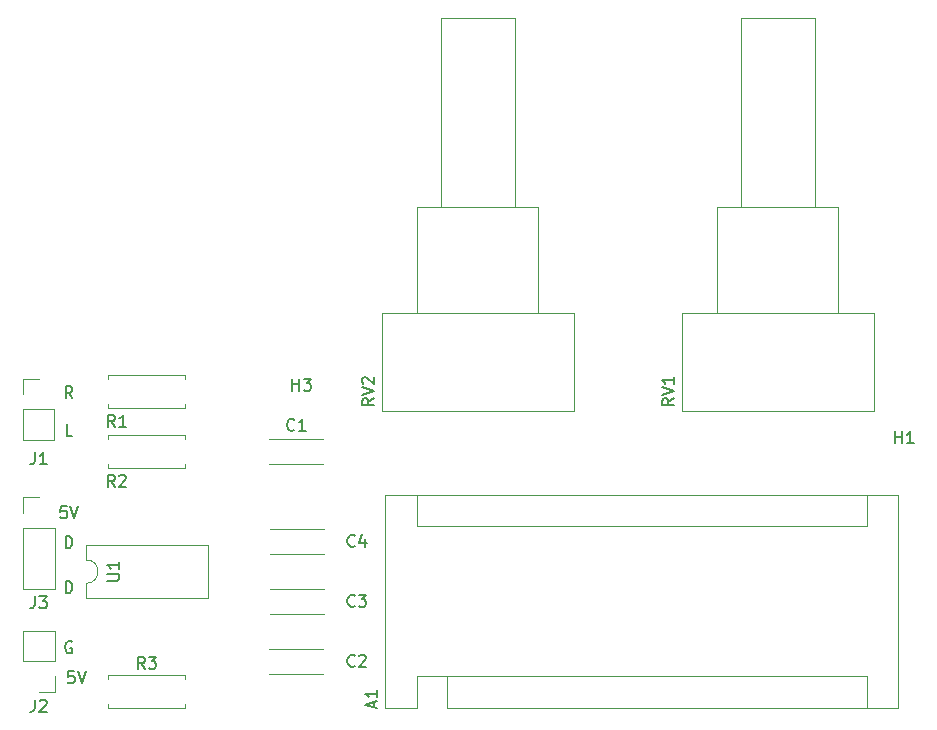
<source format=gbr>
%TF.GenerationSoftware,KiCad,Pcbnew,(6.0.1)*%
%TF.CreationDate,2022-07-14T17:02:31-04:00*%
%TF.ProjectId,AV_Speaker,41565f53-7065-4616-9b65-722e6b696361,rev?*%
%TF.SameCoordinates,Original*%
%TF.FileFunction,Legend,Top*%
%TF.FilePolarity,Positive*%
%FSLAX46Y46*%
G04 Gerber Fmt 4.6, Leading zero omitted, Abs format (unit mm)*
G04 Created by KiCad (PCBNEW (6.0.1)) date 2022-07-14 17:02:31*
%MOMM*%
%LPD*%
G01*
G04 APERTURE LIST*
%ADD10C,0.150000*%
%ADD11C,0.120000*%
G04 APERTURE END LIST*
D10*
X93606904Y-99195000D02*
X93511666Y-99147380D01*
X93368809Y-99147380D01*
X93225952Y-99195000D01*
X93130714Y-99290238D01*
X93083095Y-99385476D01*
X93035476Y-99575952D01*
X93035476Y-99718809D01*
X93083095Y-99909285D01*
X93130714Y-100004523D01*
X93225952Y-100099761D01*
X93368809Y-100147380D01*
X93464047Y-100147380D01*
X93606904Y-100099761D01*
X93654523Y-100052142D01*
X93654523Y-99718809D01*
X93464047Y-99718809D01*
X93154523Y-87717380D02*
X92678333Y-87717380D01*
X92630714Y-88193571D01*
X92678333Y-88145952D01*
X92773571Y-88098333D01*
X93011666Y-88098333D01*
X93106904Y-88145952D01*
X93154523Y-88193571D01*
X93202142Y-88288809D01*
X93202142Y-88526904D01*
X93154523Y-88622142D01*
X93106904Y-88669761D01*
X93011666Y-88717380D01*
X92773571Y-88717380D01*
X92678333Y-88669761D01*
X92630714Y-88622142D01*
X93487857Y-87717380D02*
X93821190Y-88717380D01*
X94154523Y-87717380D01*
X93083095Y-91257380D02*
X93083095Y-90257380D01*
X93321190Y-90257380D01*
X93464047Y-90305000D01*
X93559285Y-90400238D01*
X93606904Y-90495476D01*
X93654523Y-90685952D01*
X93654523Y-90828809D01*
X93606904Y-91019285D01*
X93559285Y-91114523D01*
X93464047Y-91209761D01*
X93321190Y-91257380D01*
X93083095Y-91257380D01*
X93083095Y-95067380D02*
X93083095Y-94067380D01*
X93321190Y-94067380D01*
X93464047Y-94115000D01*
X93559285Y-94210238D01*
X93606904Y-94305476D01*
X93654523Y-94495952D01*
X93654523Y-94638809D01*
X93606904Y-94829285D01*
X93559285Y-94924523D01*
X93464047Y-95019761D01*
X93321190Y-95067380D01*
X93083095Y-95067380D01*
X93654523Y-78557380D02*
X93321190Y-78081190D01*
X93083095Y-78557380D02*
X93083095Y-77557380D01*
X93464047Y-77557380D01*
X93559285Y-77605000D01*
X93606904Y-77652619D01*
X93654523Y-77747857D01*
X93654523Y-77890714D01*
X93606904Y-77985952D01*
X93559285Y-78033571D01*
X93464047Y-78081190D01*
X93083095Y-78081190D01*
X93789523Y-101687380D02*
X93313333Y-101687380D01*
X93265714Y-102163571D01*
X93313333Y-102115952D01*
X93408571Y-102068333D01*
X93646666Y-102068333D01*
X93741904Y-102115952D01*
X93789523Y-102163571D01*
X93837142Y-102258809D01*
X93837142Y-102496904D01*
X93789523Y-102592142D01*
X93741904Y-102639761D01*
X93646666Y-102687380D01*
X93408571Y-102687380D01*
X93313333Y-102639761D01*
X93265714Y-102592142D01*
X94122857Y-101687380D02*
X94456190Y-102687380D01*
X94789523Y-101687380D01*
X93654523Y-81732380D02*
X93178333Y-81732380D01*
X93178333Y-80732380D01*
%TO.C,J2*%
X90471666Y-104105380D02*
X90471666Y-104819666D01*
X90424047Y-104962523D01*
X90328809Y-105057761D01*
X90185952Y-105105380D01*
X90090714Y-105105380D01*
X90900238Y-104200619D02*
X90947857Y-104153000D01*
X91043095Y-104105380D01*
X91281190Y-104105380D01*
X91376428Y-104153000D01*
X91424047Y-104200619D01*
X91471666Y-104295857D01*
X91471666Y-104391095D01*
X91424047Y-104533952D01*
X90852619Y-105105380D01*
X91471666Y-105105380D01*
%TO.C,C1*%
X112437333Y-81220142D02*
X112389714Y-81267761D01*
X112246857Y-81315380D01*
X112151619Y-81315380D01*
X112008761Y-81267761D01*
X111913523Y-81172523D01*
X111865904Y-81077285D01*
X111818285Y-80886809D01*
X111818285Y-80743952D01*
X111865904Y-80553476D01*
X111913523Y-80458238D01*
X112008761Y-80363000D01*
X112151619Y-80315380D01*
X112246857Y-80315380D01*
X112389714Y-80363000D01*
X112437333Y-80410619D01*
X113389714Y-81315380D02*
X112818285Y-81315380D01*
X113104000Y-81315380D02*
X113104000Y-80315380D01*
X113008761Y-80458238D01*
X112913523Y-80553476D01*
X112818285Y-80601095D01*
%TO.C,R3*%
X99777333Y-101465380D02*
X99444000Y-100989190D01*
X99205904Y-101465380D02*
X99205904Y-100465380D01*
X99586857Y-100465380D01*
X99682095Y-100513000D01*
X99729714Y-100560619D01*
X99777333Y-100655857D01*
X99777333Y-100798714D01*
X99729714Y-100893952D01*
X99682095Y-100941571D01*
X99586857Y-100989190D01*
X99205904Y-100989190D01*
X100110666Y-100465380D02*
X100729714Y-100465380D01*
X100396380Y-100846333D01*
X100539238Y-100846333D01*
X100634476Y-100893952D01*
X100682095Y-100941571D01*
X100729714Y-101036809D01*
X100729714Y-101274904D01*
X100682095Y-101370142D01*
X100634476Y-101417761D01*
X100539238Y-101465380D01*
X100253523Y-101465380D01*
X100158285Y-101417761D01*
X100110666Y-101370142D01*
%TO.C,U1*%
X96607380Y-93999904D02*
X97416904Y-93999904D01*
X97512142Y-93952285D01*
X97559761Y-93904666D01*
X97607380Y-93809428D01*
X97607380Y-93618952D01*
X97559761Y-93523714D01*
X97512142Y-93476095D01*
X97416904Y-93428476D01*
X96607380Y-93428476D01*
X97607380Y-92428476D02*
X97607380Y-92999904D01*
X97607380Y-92714190D02*
X96607380Y-92714190D01*
X96750238Y-92809428D01*
X96845476Y-92904666D01*
X96893095Y-92999904D01*
%TO.C,C2*%
X117557333Y-101200142D02*
X117509714Y-101247761D01*
X117366857Y-101295380D01*
X117271619Y-101295380D01*
X117128761Y-101247761D01*
X117033523Y-101152523D01*
X116985904Y-101057285D01*
X116938285Y-100866809D01*
X116938285Y-100723952D01*
X116985904Y-100533476D01*
X117033523Y-100438238D01*
X117128761Y-100343000D01*
X117271619Y-100295380D01*
X117366857Y-100295380D01*
X117509714Y-100343000D01*
X117557333Y-100390619D01*
X117938285Y-100390619D02*
X117985904Y-100343000D01*
X118081142Y-100295380D01*
X118319238Y-100295380D01*
X118414476Y-100343000D01*
X118462095Y-100390619D01*
X118509714Y-100485857D01*
X118509714Y-100581095D01*
X118462095Y-100723952D01*
X117890666Y-101295380D01*
X118509714Y-101295380D01*
%TO.C,C4*%
X117557333Y-91040142D02*
X117509714Y-91087761D01*
X117366857Y-91135380D01*
X117271619Y-91135380D01*
X117128761Y-91087761D01*
X117033523Y-90992523D01*
X116985904Y-90897285D01*
X116938285Y-90706809D01*
X116938285Y-90563952D01*
X116985904Y-90373476D01*
X117033523Y-90278238D01*
X117128761Y-90183000D01*
X117271619Y-90135380D01*
X117366857Y-90135380D01*
X117509714Y-90183000D01*
X117557333Y-90230619D01*
X118414476Y-90468714D02*
X118414476Y-91135380D01*
X118176380Y-90087761D02*
X117938285Y-90802047D01*
X118557333Y-90802047D01*
%TO.C,H1*%
X163322095Y-82367380D02*
X163322095Y-81367380D01*
X163322095Y-81843571D02*
X163893523Y-81843571D01*
X163893523Y-82367380D02*
X163893523Y-81367380D01*
X164893523Y-82367380D02*
X164322095Y-82367380D01*
X164607809Y-82367380D02*
X164607809Y-81367380D01*
X164512571Y-81510238D01*
X164417333Y-81605476D01*
X164322095Y-81653095D01*
%TO.C,A1*%
X119160666Y-104732285D02*
X119160666Y-104256095D01*
X119446380Y-104827523D02*
X118446380Y-104494190D01*
X119446380Y-104160857D01*
X119446380Y-103303714D02*
X119446380Y-103875142D01*
X119446380Y-103589428D02*
X118446380Y-103589428D01*
X118589238Y-103684666D01*
X118684476Y-103779904D01*
X118732095Y-103875142D01*
%TO.C,RV2*%
X119166380Y-78578238D02*
X118690190Y-78911571D01*
X119166380Y-79149666D02*
X118166380Y-79149666D01*
X118166380Y-78768714D01*
X118214000Y-78673476D01*
X118261619Y-78625857D01*
X118356857Y-78578238D01*
X118499714Y-78578238D01*
X118594952Y-78625857D01*
X118642571Y-78673476D01*
X118690190Y-78768714D01*
X118690190Y-79149666D01*
X118166380Y-78292523D02*
X119166380Y-77959190D01*
X118166380Y-77625857D01*
X118261619Y-77340142D02*
X118214000Y-77292523D01*
X118166380Y-77197285D01*
X118166380Y-76959190D01*
X118214000Y-76863952D01*
X118261619Y-76816333D01*
X118356857Y-76768714D01*
X118452095Y-76768714D01*
X118594952Y-76816333D01*
X119166380Y-77387761D01*
X119166380Y-76768714D01*
%TO.C,H3*%
X112268095Y-77922380D02*
X112268095Y-76922380D01*
X112268095Y-77398571D02*
X112839523Y-77398571D01*
X112839523Y-77922380D02*
X112839523Y-76922380D01*
X113220476Y-76922380D02*
X113839523Y-76922380D01*
X113506190Y-77303333D01*
X113649047Y-77303333D01*
X113744285Y-77350952D01*
X113791904Y-77398571D01*
X113839523Y-77493809D01*
X113839523Y-77731904D01*
X113791904Y-77827142D01*
X113744285Y-77874761D01*
X113649047Y-77922380D01*
X113363333Y-77922380D01*
X113268095Y-77874761D01*
X113220476Y-77827142D01*
%TO.C,R2*%
X97237333Y-86055380D02*
X96904000Y-85579190D01*
X96665904Y-86055380D02*
X96665904Y-85055380D01*
X97046857Y-85055380D01*
X97142095Y-85103000D01*
X97189714Y-85150619D01*
X97237333Y-85245857D01*
X97237333Y-85388714D01*
X97189714Y-85483952D01*
X97142095Y-85531571D01*
X97046857Y-85579190D01*
X96665904Y-85579190D01*
X97618285Y-85150619D02*
X97665904Y-85103000D01*
X97761142Y-85055380D01*
X97999238Y-85055380D01*
X98094476Y-85103000D01*
X98142095Y-85150619D01*
X98189714Y-85245857D01*
X98189714Y-85341095D01*
X98142095Y-85483952D01*
X97570666Y-86055380D01*
X98189714Y-86055380D01*
%TO.C,R1*%
X97237333Y-80975380D02*
X96904000Y-80499190D01*
X96665904Y-80975380D02*
X96665904Y-79975380D01*
X97046857Y-79975380D01*
X97142095Y-80023000D01*
X97189714Y-80070619D01*
X97237333Y-80165857D01*
X97237333Y-80308714D01*
X97189714Y-80403952D01*
X97142095Y-80451571D01*
X97046857Y-80499190D01*
X96665904Y-80499190D01*
X98189714Y-80975380D02*
X97618285Y-80975380D01*
X97904000Y-80975380D02*
X97904000Y-79975380D01*
X97808761Y-80118238D01*
X97713523Y-80213476D01*
X97618285Y-80261095D01*
%TO.C,J1*%
X90471666Y-83150380D02*
X90471666Y-83864666D01*
X90424047Y-84007523D01*
X90328809Y-84102761D01*
X90185952Y-84150380D01*
X90090714Y-84150380D01*
X91471666Y-84150380D02*
X90900238Y-84150380D01*
X91185952Y-84150380D02*
X91185952Y-83150380D01*
X91090714Y-83293238D01*
X90995476Y-83388476D01*
X90900238Y-83436095D01*
%TO.C,C3*%
X117557333Y-96120142D02*
X117509714Y-96167761D01*
X117366857Y-96215380D01*
X117271619Y-96215380D01*
X117128761Y-96167761D01*
X117033523Y-96072523D01*
X116985904Y-95977285D01*
X116938285Y-95786809D01*
X116938285Y-95643952D01*
X116985904Y-95453476D01*
X117033523Y-95358238D01*
X117128761Y-95263000D01*
X117271619Y-95215380D01*
X117366857Y-95215380D01*
X117509714Y-95263000D01*
X117557333Y-95310619D01*
X117890666Y-95215380D02*
X118509714Y-95215380D01*
X118176380Y-95596333D01*
X118319238Y-95596333D01*
X118414476Y-95643952D01*
X118462095Y-95691571D01*
X118509714Y-95786809D01*
X118509714Y-96024904D01*
X118462095Y-96120142D01*
X118414476Y-96167761D01*
X118319238Y-96215380D01*
X118033523Y-96215380D01*
X117938285Y-96167761D01*
X117890666Y-96120142D01*
%TO.C,J3*%
X90471666Y-95337380D02*
X90471666Y-96051666D01*
X90424047Y-96194523D01*
X90328809Y-96289761D01*
X90185952Y-96337380D01*
X90090714Y-96337380D01*
X90852619Y-95337380D02*
X91471666Y-95337380D01*
X91138333Y-95718333D01*
X91281190Y-95718333D01*
X91376428Y-95765952D01*
X91424047Y-95813571D01*
X91471666Y-95908809D01*
X91471666Y-96146904D01*
X91424047Y-96242142D01*
X91376428Y-96289761D01*
X91281190Y-96337380D01*
X90995476Y-96337380D01*
X90900238Y-96289761D01*
X90852619Y-96242142D01*
%TO.C,RV1*%
X144566380Y-78578238D02*
X144090190Y-78911571D01*
X144566380Y-79149666D02*
X143566380Y-79149666D01*
X143566380Y-78768714D01*
X143614000Y-78673476D01*
X143661619Y-78625857D01*
X143756857Y-78578238D01*
X143899714Y-78578238D01*
X143994952Y-78625857D01*
X144042571Y-78673476D01*
X144090190Y-78768714D01*
X144090190Y-79149666D01*
X143566380Y-78292523D02*
X144566380Y-77959190D01*
X143566380Y-77625857D01*
X144566380Y-76768714D02*
X144566380Y-77340142D01*
X144566380Y-77054428D02*
X143566380Y-77054428D01*
X143709238Y-77149666D01*
X143804476Y-77244904D01*
X143852095Y-77340142D01*
D11*
%TO.C,J2*%
X92135000Y-103443000D02*
X90805000Y-103443000D01*
X92135000Y-102113000D02*
X92135000Y-103443000D01*
X89475000Y-100843000D02*
X89475000Y-98243000D01*
X92135000Y-100843000D02*
X92135000Y-98243000D01*
X92135000Y-98243000D02*
X89475000Y-98243000D01*
X92135000Y-100843000D02*
X89475000Y-100843000D01*
%TO.C,C1*%
X110334000Y-84118000D02*
X110334000Y-84133000D01*
X110334000Y-81993000D02*
X110334000Y-82008000D01*
X110334000Y-81993000D02*
X114874000Y-81993000D01*
X114874000Y-84118000D02*
X114874000Y-84133000D01*
X110334000Y-84133000D02*
X114874000Y-84133000D01*
X114874000Y-81993000D02*
X114874000Y-82008000D01*
%TO.C,R3*%
X96674000Y-104423000D02*
X96674000Y-104753000D01*
X103214000Y-104753000D02*
X103214000Y-104423000D01*
X96674000Y-104753000D02*
X103214000Y-104753000D01*
X96674000Y-102343000D02*
X96674000Y-102013000D01*
X96674000Y-102013000D02*
X103214000Y-102013000D01*
X103214000Y-102013000D02*
X103214000Y-102343000D01*
%TO.C,U1*%
X105094000Y-90988000D02*
X94814000Y-90988000D01*
X94814000Y-95488000D02*
X105094000Y-95488000D01*
X94814000Y-94238000D02*
X94814000Y-95488000D01*
X105094000Y-95488000D02*
X105094000Y-90988000D01*
X94814000Y-90988000D02*
X94814000Y-92238000D01*
X94814000Y-94238000D02*
G75*
G03*
X94814000Y-92238000I0J1000000D01*
G01*
%TO.C,C2*%
X110334000Y-101898000D02*
X110334000Y-101913000D01*
X110334000Y-99773000D02*
X114874000Y-99773000D01*
X114874000Y-99773000D02*
X114874000Y-99788000D01*
X114874000Y-101898000D02*
X114874000Y-101913000D01*
X110334000Y-99773000D02*
X110334000Y-99788000D01*
X110334000Y-101913000D02*
X114874000Y-101913000D01*
%TO.C,C4*%
X114954000Y-91753000D02*
X114954000Y-91738000D01*
X114954000Y-89628000D02*
X114954000Y-89613000D01*
X114954000Y-91753000D02*
X110414000Y-91753000D01*
X110414000Y-89628000D02*
X110414000Y-89613000D01*
X110414000Y-91753000D02*
X110414000Y-91738000D01*
X114954000Y-89613000D02*
X110414000Y-89613000D01*
%TO.C,A1*%
X163574000Y-104773000D02*
X163574000Y-86733000D01*
X125344000Y-102103000D02*
X160904000Y-102103000D01*
X122804000Y-102103000D02*
X122804000Y-104773000D01*
X122804000Y-89403000D02*
X122804000Y-86733000D01*
X125344000Y-104773000D02*
X163574000Y-104773000D01*
X163574000Y-86733000D02*
X120134000Y-86733000D01*
X125344000Y-102103000D02*
X125344000Y-104773000D01*
X160904000Y-89403000D02*
X160904000Y-86733000D01*
X122804000Y-89403000D02*
X160904000Y-89403000D01*
X125344000Y-102103000D02*
X122804000Y-102103000D01*
X120134000Y-86733000D02*
X120134000Y-104773000D01*
X120134000Y-104773000D02*
X122804000Y-104773000D01*
X160904000Y-102103000D02*
X160904000Y-104773000D01*
%TO.C,RV2*%
X119844000Y-79603000D02*
X136084000Y-79603000D01*
X124844000Y-62363000D02*
X124844000Y-46363000D01*
X122844000Y-71363000D02*
X122844000Y-62363000D01*
X119844000Y-79603000D02*
X119844000Y-71363000D01*
X136084000Y-79603000D02*
X136084000Y-71363000D01*
X124844000Y-46363000D02*
X131085000Y-46363000D01*
X122844000Y-62363000D02*
X133084000Y-62363000D01*
X133084000Y-71363000D02*
X133084000Y-62363000D01*
X131085000Y-62363000D02*
X131085000Y-46363000D01*
X119844000Y-71363000D02*
X136084000Y-71363000D01*
X122844000Y-71363000D02*
X133084000Y-71363000D01*
X124844000Y-62363000D02*
X131085000Y-62363000D01*
%TO.C,R2*%
X96674000Y-82023000D02*
X96674000Y-81693000D01*
X96674000Y-84433000D02*
X103214000Y-84433000D01*
X103214000Y-81693000D02*
X103214000Y-82023000D01*
X96674000Y-81693000D02*
X103214000Y-81693000D01*
X103214000Y-84433000D02*
X103214000Y-84103000D01*
X96674000Y-84103000D02*
X96674000Y-84433000D01*
%TO.C,R1*%
X103214000Y-79353000D02*
X103214000Y-79023000D01*
X96674000Y-79023000D02*
X96674000Y-79353000D01*
X103214000Y-76613000D02*
X103214000Y-76943000D01*
X96674000Y-76613000D02*
X103214000Y-76613000D01*
X96674000Y-79353000D02*
X103214000Y-79353000D01*
X96674000Y-76943000D02*
X96674000Y-76613000D01*
%TO.C,J1*%
X89470000Y-79502000D02*
X89470000Y-82102000D01*
X89470000Y-79502000D02*
X92130000Y-79502000D01*
X89470000Y-78232000D02*
X89470000Y-76902000D01*
X89470000Y-76902000D02*
X90800000Y-76902000D01*
X89470000Y-82102000D02*
X92130000Y-82102000D01*
X92130000Y-79502000D02*
X92130000Y-82102000D01*
%TO.C,C3*%
X110414000Y-96833000D02*
X110414000Y-96818000D01*
X114954000Y-96833000D02*
X114954000Y-96818000D01*
X114954000Y-96833000D02*
X110414000Y-96833000D01*
X110414000Y-94708000D02*
X110414000Y-94693000D01*
X114954000Y-94708000D02*
X114954000Y-94693000D01*
X114954000Y-94693000D02*
X110414000Y-94693000D01*
%TO.C,J3*%
X92135000Y-89535000D02*
X92135000Y-94675000D01*
X89475000Y-94675000D02*
X92135000Y-94675000D01*
X89475000Y-89535000D02*
X92135000Y-89535000D01*
X89475000Y-86935000D02*
X90805000Y-86935000D01*
X89475000Y-88265000D02*
X89475000Y-86935000D01*
X89475000Y-89535000D02*
X89475000Y-94675000D01*
%TO.C,RV1*%
X156485000Y-62363000D02*
X156485000Y-46363000D01*
X158484000Y-71363000D02*
X158484000Y-62363000D01*
X145244000Y-79603000D02*
X145244000Y-71363000D01*
X148244000Y-71363000D02*
X148244000Y-62363000D01*
X161484000Y-79603000D02*
X161484000Y-71363000D01*
X150244000Y-46363000D02*
X156485000Y-46363000D01*
X145244000Y-71363000D02*
X161484000Y-71363000D01*
X145244000Y-79603000D02*
X161484000Y-79603000D01*
X150244000Y-62363000D02*
X150244000Y-46363000D01*
X148244000Y-71363000D02*
X158484000Y-71363000D01*
X150244000Y-62363000D02*
X156485000Y-62363000D01*
X148244000Y-62363000D02*
X158484000Y-62363000D01*
%TD*%
M02*

</source>
